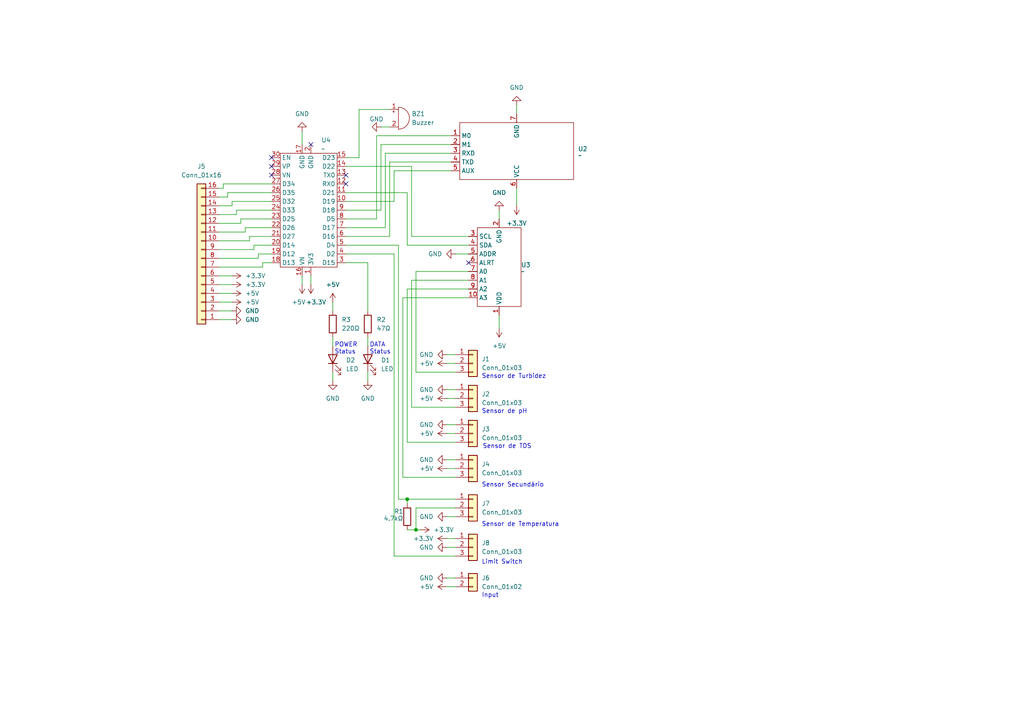
<source format=kicad_sch>
(kicad_sch (version 20250114) (generator "eeschema") (generator_version "9.0")
  (paper "A4")
  (lib_symbols
    (symbol "Connector_Generic:Conn_01x02" (pin_names (offset 1.016) (hide yes))
      (property "Reference" "J" (at 0 2.54 0))
      (property "Value" "Conn_01x02" (at 0 -5.08 0))
      (symbol "Conn_01x02_1_1"
        (rectangle (start -1.27 1.27) (end 1.27 -3.81) (stroke (width 0.254)) (fill (type background)))
        (rectangle (start -1.27 0.127) (end 0 -0.127) (stroke (width 0.1524)))
        (rectangle (start -1.27 -2.413) (end 0 -2.667) (stroke (width 0.1524)))
        (pin passive line (at -5.08 0 0) (length 3.81) (name "Pin_1") (number "1"))
        (pin passive line (at -5.08 -2.54 0) (length 3.81) (name "Pin_2") (number "2"))
      )
    )
    (symbol "Connector_Generic:Conn_01x03" (pin_names (offset 1.016) (hide yes))
      (property "Reference" "J" (at 0 5.08 0))
      (property "Value" "Conn_01x03" (at 0 -5.08 0))
      (symbol "Conn_01x03_1_1"
        (rectangle (start -1.27 3.81) (end 1.27 -3.81) (stroke (width 0.254)) (fill (type background)))
        (rectangle (start -1.27 2.667) (end 0 2.413) (stroke (width 0.1524)))
        (rectangle (start -1.27 0.127) (end 0 -0.127) (stroke (width 0.1524)))
        (rectangle (start -1.27 -2.413) (end 0 -2.667) (stroke (width 0.1524)))
        (pin passive line (at -5.08 2.54 0) (length 3.81) (name "Pin_1") (number "1"))
        (pin passive line (at -5.08 0 0) (length 3.81) (name "Pin_2") (number "2"))
        (pin passive line (at -5.08 -2.54 0) (length 3.81) (name "Pin_3") (number "3"))
      )
    )
    (symbol "Connector_Generic:Conn_01x16" (pin_names (offset 1.016) (hide yes))
      (property "Reference" "J" (at 0 20.32 0))
      (property "Value" "Conn_01x16" (at 0 -22.86 0))
      (symbol "Conn_01x16_1_1"
        (rectangle (start -1.27 19.05) (end 1.27 -21.59) (stroke (width 0.254)) (fill (type background)))
        (rectangle (start -1.27 17.907) (end 0 17.653) (stroke (width 0.1524)))
        (rectangle (start -1.27 15.367) (end 0 15.113) (stroke (width 0.1524)))
        (rectangle (start -1.27 12.827) (end 0 12.573) (stroke (width 0.1524)))
        (rectangle (start -1.27 10.287) (end 0 10.033) (stroke (width 0.1524)))
        (rectangle (start -1.27 7.747) (end 0 7.493) (stroke (width 0.1524)))
        (rectangle (start -1.27 5.207) (end 0 4.953) (stroke (width 0.1524)))
        (rectangle (start -1.27 2.667) (end 0 2.413) (stroke (width 0.1524)))
        (rectangle (start -1.27 0.127) (end 0 -0.127) (stroke (width 0.1524)))
        (rectangle (start -1.27 -2.413) (end 0 -2.667) (stroke (width 0.1524)))
        (rectangle (start -1.27 -4.953) (end 0 -5.207) (stroke (width 0.1524)))
        (rectangle (start -1.27 -7.493) (end 0 -7.747) (stroke (width 0.1524)))
        (rectangle (start -1.27 -10.033) (end 0 -10.287) (stroke (width 0.1524)))
        (rectangle (start -1.27 -12.573) (end 0 -12.827) (stroke (width 0.1524)))
        (rectangle (start -1.27 -15.113) (end 0 -15.367) (stroke (width 0.1524)))
        (rectangle (start -1.27 -17.653) (end 0 -17.907) (stroke (width 0.1524)))
        (rectangle (start -1.27 -20.193) (end 0 -20.447) (stroke (width 0.1524)))
        (pin passive line (at -5.08 17.78 0) (length 3.81) (name "Pin_1") (number "1"))
        (pin passive line (at -5.08 15.24 0) (length 3.81) (name "Pin_2") (number "2"))
        (pin passive line (at -5.08 12.7 0) (length 3.81) (name "Pin_3") (number "3"))
        (pin passive line (at -5.08 10.16 0) (length 3.81) (name "Pin_4") (number "4"))
        (pin passive line (at -5.08 7.62 0) (length 3.81) (name "Pin_5") (number "5"))
        (pin passive line (at -5.08 5.08 0) (length 3.81) (name "Pin_6") (number "6"))
        (pin passive line (at -5.08 2.54 0) (length 3.81) (name "Pin_7") (number "7"))
        (pin passive line (at -5.08 0 0) (length 3.81) (name "Pin_8") (number "8"))
        (pin passive line (at -5.08 -2.54 0) (length 3.81) (name "Pin_9") (number "9"))
        (pin passive line (at -5.08 -5.08 0) (length 3.81) (name "Pin_10") (number "10"))
        (pin passive line (at -5.08 -7.62 0) (length 3.81) (name "Pin_11") (number "11"))
        (pin passive line (at -5.08 -10.16 0) (length 3.81) (name "Pin_12") (number "12"))
        (pin passive line (at -5.08 -12.7 0) (length 3.81) (name "Pin_13") (number "13"))
        (pin passive line (at -5.08 -15.24 0) (length 3.81) (name "Pin_14") (number "14"))
        (pin passive line (at -5.08 -17.78 0) (length 3.81) (name "Pin_15") (number "15"))
        (pin passive line (at -5.08 -20.32 0) (length 3.81) (name "Pin_16") (number "16"))
      )
    )
    (symbol "Device:Buzzer" (pin_names (offset 0.0254) (hide yes))
      (property "Reference" "BZ" (at 3.81 1.27 0))
      (property "Value" "Buzzer" (at 3.81 -1.27 0))
      (symbol "Buzzer_0_1"
        (polyline (pts (xy -1.651 1.905) (xy -1.143 1.905)))
        (polyline (pts (xy -1.397 2.159) (xy -1.397 1.651)))
        (arc (start 0 3.175) (mid 3.1612 0) (end 0 -3.175))
        (polyline (pts (xy 0 3.175) (xy 0 -3.175)))
      )
      (symbol "Buzzer_1_1"
        (pin passive line (at -2.54 2.54 0) (length 2.54) (name "+") (number "1"))
        (pin passive line (at -2.54 -2.54 0) (length 2.54) (name "-") (number "2"))
      )
    )
    (symbol "Device:LED" (pin_numbers (hide yes)) (pin_names (offset 1.016) (hide yes))
      (property "Reference" "D" (at 0 2.54 0))
      (property "Value" "LED" (at 0 -2.54 0))
      (symbol "LED_0_1"
        (polyline (pts (xy -3.048 -0.762) (xy -4.572 -2.286) (xy -3.81 -2.286) (xy -4.572 -2.286) (xy -4.572 -1.524)))
        (polyline (pts (xy -1.778 -0.762) (xy -3.302 -2.286) (xy -2.54 -2.286) (xy -3.302 -2.286) (xy -3.302 -1.524)))
        (polyline (pts (xy -1.27 0) (xy 1.27 0)))
        (polyline (pts (xy -1.27 -1.27) (xy -1.27 1.27)) (stroke (width 0.254)))
        (polyline (pts (xy 1.27 -1.27) (xy 1.27 1.27) (xy -1.27 0) (xy 1.27 -1.27)) (stroke (width 0.254)))
      )
      (symbol "LED_1_1"
        (pin passive line (at -3.81 0 0) (length 2.54) (name "K") (number "1"))
        (pin passive line (at 3.81 0 180) (length 2.54) (name "A") (number "2"))
      )
    )
    (symbol "Device:R" (pin_numbers (hide yes)) (pin_names (offset 0))
      (property "Reference" "R" (at 2.032 0 90))
      (property "Value" "R" (at 0 0 90))
      (symbol "R_0_1"
        (rectangle (start -1.016 -2.54) (end 1.016 2.54) (stroke (width 0.254)))
      )
      (symbol "R_1_1"
        (pin passive line (at 0 3.81 270) (length 1.27) (name "~") (number "1"))
        (pin passive line (at 0 -3.81 90) (length 1.27) (name "~") (number "2"))
      )
    )
    (symbol "PGR-Library:ADS1115"
      (property "Reference" "U" (at 0 0 0))
      (symbol "ADS1115_0_1"
        (rectangle (start -6.35 11.43) (end 6.35 -11.43))
      )
      (symbol "ADS1115_1_1"
        (pin input line (at -8.89 8.89 0) (length 2.54) (name "SCL") (number "3"))
        (pin bidirectional line (at -8.89 6.35 0) (length 2.54) (name "SDA") (number "4"))
        (pin input line (at -8.89 3.81 0) (length 2.54) (name "ADDR") (number "5"))
        (pin output line (at -8.89 1.27 0) (length 2.54) (name "ALRT") (number "6"))
        (pin input line (at -8.89 -1.27 0) (length 2.54) (name "A0") (number "7"))
        (pin input line (at -8.89 -3.81 0) (length 2.54) (name "A1") (number "8"))
        (pin input line (at -8.89 -6.35 0) (length 2.54) (name "A2") (number "9"))
        (pin input line (at -8.89 -8.89 0) (length 2.54) (name "A3") (number "10"))
        (pin power_out line (at 0 13.97 270) (length 2.54) (name "GND") (number "2"))
        (pin power_in line (at 0 -13.97 90) (length 2.54) (name "VDD") (number "1"))
      )
    )
    (symbol "PGR-Library:EBYTE_E32-900T30D"
      (property "Reference" "U" (at 0 0 0))
      (symbol "EBYTE_E32-900T30D_0_1"
        (rectangle (start -16.51 8.89) (end 16.51 -7.62))
      )
      (symbol "EBYTE_E32-900T30D_1_1"
        (pin input line (at -19.05 5.08 0) (length 2.54) (name "M0") (number "1"))
        (pin input line (at -19.05 2.54 0) (length 2.54) (name "M1") (number "2"))
        (pin input line (at -19.05 0 0) (length 2.54) (name "RXD") (number "3"))
        (pin output line (at -19.05 -2.54 0) (length 2.54) (name "TXD") (number "4"))
        (pin output line (at -19.05 -5.08 0) (length 2.54) (name "AUX") (number "5"))
        (pin power_in line (at 0 11.43 270) (length 2.54) (name "GND") (number "7"))
        (pin power_out line (at 0 -10.16 90) (length 2.54) (name "VCC") (number "6"))
      )
    )
    (symbol "PGR-Library:ESP32-WROOM-32D_-_Board"
      (property "Reference" "U" (at 0 0 0))
      (symbol "ESP32-WROOM-32D_-_Board_0_1"
        (rectangle (start -16.51 8.89) (end 16.51 -7.62))
      )
      (symbol "ESP32-WROOM-32D_-_Board_1_1"
        (pin power_in line (at -19.05 1.27 0) (length 2.54) (name "GND") (number "2"))
        (pin power_in line (at -19.05 -1.27 0) (length 2.54) (name "GND") (number "17"))
        (pin bidirectional line (at -15.24 11.43 270) (length 2.54) (name "D23") (number "15"))
        (pin input line (at -15.24 -10.16 90) (length 2.54) (name "EN") (number "30"))
        (pin bidirectional line (at -12.7 11.43 270) (length 2.54) (name "D22") (number "14"))
        (pin input line (at -12.7 -10.16 90) (length 2.54) (name "VP") (number "29"))
        (pin bidirectional line (at -10.16 11.43 270) (length 2.54) (name "TX0") (number "13"))
        (pin input line (at -10.16 -10.16 90) (length 2.54) (name "VN") (number "28"))
        (pin bidirectional line (at -7.62 11.43 270) (length 2.54) (name "RX0") (number "12"))
        (pin bidirectional line (at -7.62 -10.16 90) (length 2.54) (name "D34") (number "27"))
        (pin bidirectional line (at -5.08 11.43 270) (length 2.54) (name "D21") (number "11"))
        (pin bidirectional line (at -5.08 -10.16 90) (length 2.54) (name "D35") (number "26"))
        (pin bidirectional line (at -2.54 11.43 270) (length 2.54) (name "D19") (number "10"))
        (pin bidirectional line (at -2.54 -10.16 90) (length 2.54) (name "D32") (number "25"))
        (pin bidirectional line (at 0 11.43 270) (length 2.54) (name "D18") (number "9"))
        (pin bidirectional line (at 0 -10.16 90) (length 2.54) (name "D33") (number "24"))
        (pin bidirectional line (at 2.54 11.43 270) (length 2.54) (name "D5") (number "8"))
        (pin bidirectional line (at 2.54 -10.16 90) (length 2.54) (name "D25") (number "23"))
        (pin bidirectional line (at 5.08 11.43 270) (length 2.54) (name "D17") (number "7"))
        (pin bidirectional line (at 5.08 -10.16 90) (length 2.54) (name "D26") (number "22"))
        (pin bidirectional line (at 7.62 11.43 270) (length 2.54) (name "D16") (number "6"))
        (pin bidirectional line (at 7.62 -10.16 90) (length 2.54) (name "D27") (number "21"))
        (pin bidirectional line (at 10.16 11.43 270) (length 2.54) (name "D4") (number "5"))
        (pin bidirectional line (at 10.16 -10.16 90) (length 2.54) (name "D14") (number "20"))
        (pin bidirectional line (at 12.7 11.43 270) (length 2.54) (name "D2") (number "4"))
        (pin bidirectional line (at 12.7 -10.16 90) (length 2.54) (name "D12") (number "19"))
        (pin bidirectional line (at 15.24 11.43 270) (length 2.54) (name "D15") (number "3"))
        (pin bidirectional line (at 15.24 -10.16 90) (length 2.54) (name "D13") (number "18"))
        (pin power_out line (at 19.05 1.27 180) (length 2.54) (name "3V3") (number "1"))
        (pin power_out line (at 19.05 -1.27 180) (length 2.54) (name "VN") (number "16"))
      )
    )
    (symbol "power:+3.3V" (power) (pin_numbers (hide yes)) (pin_names (offset 0) (hide yes))
      (property "Value" "+3.3V" (at 0 3.556 0))
      (symbol "+3.3V_0_1"
        (polyline (pts (xy -0.762 1.27) (xy 0 2.54)))
        (polyline (pts (xy 0 2.54) (xy 0.762 1.27)))
        (polyline (pts (xy 0 0) (xy 0 2.54)))
      )
      (symbol "+3.3V_1_1"
        (pin power_in line (at 0 0 90) (length 0) (name "~") (number "1"))
      )
    )
    (symbol "power:+5V" (power) (pin_numbers (hide yes)) (pin_names (offset 0) (hide yes))
      (property "Value" "+5V" (at 0 3.556 0))
      (symbol "+5V_0_1"
        (polyline (pts (xy -0.762 1.27) (xy 0 2.54)))
        (polyline (pts (xy 0 2.54) (xy 0.762 1.27)))
        (polyline (pts (xy 0 0) (xy 0 2.54)))
      )
      (symbol "+5V_1_1"
        (pin power_in line (at 0 0 90) (length 0) (name "~") (number "1"))
      )
    )
    (symbol "power:GND" (power) (pin_numbers (hide yes)) (pin_names (offset 0) (hide yes))
      (property "Value" "GND" (at 0 -3.81 0))
      (symbol "GND_0_1"
        (polyline (pts (xy 0 0) (xy 0 -1.27) (xy 1.27 -1.27) (xy 0 -2.54) (xy -1.27 -1.27) (xy 0 -1.27)))
      )
      (symbol "GND_1_1"
        (pin power_in line (at 0 0 270) (length 0) (name "~") (number "1"))
      )
    )
  )
  (text "Sensor de pH\n\n" (at 139.7 120.396 0) (effects (font (size 1.27 1.27)) (justify left)))
  (text "Sensor de TDS\n\n" (at 139.954 130.556 0) (effects (font (size 1.27 1.27)) (justify left)))
  (text "Limit Switch" (at 139.7 163.068 0) (effects (font (size 1.27 1.27)) (justify left)))
  (text "Sensor de Temperatura" (at 139.7 152.146 0) (effects (font (size 1.27 1.27)) (justify left)))
  (text "Sensor Secundário\n\n" (at 139.7 141.732 0) (effects (font (size 1.27 1.27)) (justify left)))
  (text "POWER\nStatus" (at 97.028 101.092 0) (effects (font (size 1.27 1.27)) (justify left)))
  (text "Sensor de Turbidez\n\n" (at 139.7 110.236 0) (effects (font (size 1.27 1.27)) (justify left)))
  (text "DATA\nStatus" (at 107.188 101.092 0) (effects (font (size 1.27 1.27)) (justify left)))
  (text "Input\n\n" (at 139.7 173.736 0) (effects (font (size 1.27 1.27)) (justify left)))
  (junction (at 120.65 153.67))
  (junction (at 118.11 144.78))
  (no_connect (at 100.33 53.34))
  (no_connect (at 100.33 50.8))
  (no_connect (at 78.74 45.72))
  (no_connect (at 90.17 41.91))
  (no_connect (at 135.89 76.2))
  (no_connect (at 78.74 48.26))
  (no_connect (at 78.74 50.8))
  (wire (pts (xy 135.89 78.74) (xy 120.65 78.74)))
  (wire (pts (xy 111.76 66.04) (xy 100.33 66.04)))
  (wire (pts (xy 129.54 113.03) (xy 132.08 113.03)))
  (wire (pts (xy 132.08 73.66) (xy 135.89 73.66)))
  (wire (pts (xy 111.76 44.45) (xy 111.76 66.04)))
  (wire (pts (xy 66.04 55.88) (xy 78.74 55.88)))
  (wire (pts (xy 120.65 153.67) (xy 121.92 153.67)))
  (wire (pts (xy 68.58 60.96) (xy 78.74 60.96)))
  (wire (pts (xy 118.11 55.88) (xy 100.33 55.88)))
  (wire (pts (xy 132.08 128.27) (xy 118.11 128.27)))
  (wire (pts (xy 106.68 107.95) (xy 106.68 110.49)))
  (wire (pts (xy 119.38 68.58) (xy 119.38 48.26)))
  (wire (pts (xy 130.81 39.37) (xy 109.22 39.37)))
  (wire (pts (xy 76.2 76.2) (xy 76.2 77.47)))
  (wire (pts (xy 63.5 80.01) (xy 67.31 80.01)))
  (wire (pts (xy 130.81 46.99) (xy 113.03 46.99)))
  (wire (pts (xy 76.2 77.47) (xy 63.5 77.47)))
  (wire (pts (xy 119.38 48.26) (xy 100.33 48.26)))
  (wire (pts (xy 129.54 149.86) (xy 132.08 149.86)))
  (wire (pts (xy 120.65 147.32) (xy 120.65 153.67)))
  (wire (pts (xy 63.5 85.09) (xy 67.31 85.09)))
  (wire (pts (xy 129.54 135.89) (xy 132.08 135.89)))
  (wire (pts (xy 63.5 54.61) (xy 64.77 54.61)))
  (wire (pts (xy 120.65 153.67) (xy 118.11 153.67)))
  (wire (pts (xy 119.38 81.28) (xy 135.89 81.28)))
  (wire (pts (xy 73.66 72.39) (xy 73.66 71.12)))
  (wire (pts (xy 120.65 107.95) (xy 132.08 107.95)))
  (wire (pts (xy 74.93 73.66) (xy 74.93 74.93)))
  (wire (pts (xy 129.54 167.64) (xy 132.08 167.64)))
  (wire (pts (xy 129.54 123.19) (xy 132.08 123.19)))
  (wire (pts (xy 118.11 146.05) (xy 118.11 144.78)))
  (wire (pts (xy 100.33 60.96) (xy 110.49 60.96)))
  (wire (pts (xy 129.54 125.73) (xy 132.08 125.73)))
  (wire (pts (xy 118.11 71.12) (xy 118.11 55.88)))
  (wire (pts (xy 71.12 66.04) (xy 78.74 66.04)))
  (wire (pts (xy 63.5 69.85) (xy 72.39 69.85)))
  (wire (pts (xy 106.68 76.2) (xy 106.68 90.17)))
  (wire (pts (xy 129.54 105.41) (xy 132.08 105.41)))
  (wire (pts (xy 87.63 80.01) (xy 87.63 82.55)))
  (wire (pts (xy 96.52 107.95) (xy 96.52 110.49)))
  (wire (pts (xy 135.89 68.58) (xy 119.38 68.58)))
  (wire (pts (xy 129.54 102.87) (xy 132.08 102.87)))
  (wire (pts (xy 120.65 78.74) (xy 120.65 107.95)))
  (wire (pts (xy 129.54 115.57) (xy 132.08 115.57)))
  (wire (pts (xy 78.74 73.66) (xy 74.93 73.66)))
  (wire (pts (xy 114.3 73.66) (xy 114.3 161.29)))
  (wire (pts (xy 63.5 57.15) (xy 66.04 57.15)))
  (wire (pts (xy 73.66 71.12) (xy 78.74 71.12)))
  (wire (pts (xy 69.85 64.77) (xy 69.85 63.5)))
  (wire (pts (xy 63.5 82.55) (xy 67.31 82.55)))
  (wire (pts (xy 100.33 76.2) (xy 106.68 76.2)))
  (wire (pts (xy 63.5 62.23) (xy 68.58 62.23)))
  (wire (pts (xy 144.78 60.96) (xy 144.78 63.5)))
  (wire (pts (xy 114.3 161.29) (xy 132.08 161.29)))
  (wire (pts (xy 100.33 58.42) (xy 114.3 58.42)))
  (wire (pts (xy 109.22 63.5) (xy 100.33 63.5)))
  (wire (pts (xy 114.3 49.53) (xy 130.81 49.53)))
  (wire (pts (xy 118.11 83.82) (xy 135.89 83.82)))
  (wire (pts (xy 129.54 170.18) (xy 132.08 170.18)))
  (wire (pts (xy 130.81 41.91) (xy 110.49 41.91)))
  (wire (pts (xy 130.81 44.45) (xy 111.76 44.45)))
  (wire (pts (xy 67.31 58.42) (xy 78.74 58.42)))
  (wire (pts (xy 63.5 64.77) (xy 69.85 64.77)))
  (wire (pts (xy 132.08 144.78) (xy 118.11 144.78)))
  (wire (pts (xy 109.22 39.37) (xy 109.22 63.5)))
  (wire (pts (xy 132.08 138.43) (xy 116.84 138.43)))
  (wire (pts (xy 106.68 97.79) (xy 106.68 100.33)))
  (wire (pts (xy 63.5 92.71) (xy 67.31 92.71)))
  (wire (pts (xy 63.5 67.31) (xy 71.12 67.31)))
  (wire (pts (xy 69.85 63.5) (xy 78.74 63.5)))
  (wire (pts (xy 115.57 71.12) (xy 115.57 144.78)))
  (wire (pts (xy 132.08 118.11) (xy 119.38 118.11)))
  (wire (pts (xy 104.14 45.72) (xy 100.33 45.72)))
  (wire (pts (xy 100.33 71.12) (xy 115.57 71.12)))
  (wire (pts (xy 78.74 76.2) (xy 76.2 76.2)))
  (wire (pts (xy 63.5 87.63) (xy 67.31 87.63)))
  (wire (pts (xy 129.54 133.35) (xy 132.08 133.35)))
  (wire (pts (xy 63.5 72.39) (xy 73.66 72.39)))
  (wire (pts (xy 113.03 31.75) (xy 104.14 31.75)))
  (wire (pts (xy 72.39 68.58) (xy 78.74 68.58)))
  (wire (pts (xy 66.04 57.15) (xy 66.04 55.88)))
  (wire (pts (xy 144.78 91.44) (xy 144.78 95.25)))
  (wire (pts (xy 67.31 59.69) (xy 67.31 58.42)))
  (wire (pts (xy 63.5 90.17) (xy 67.31 90.17)))
  (wire (pts (xy 118.11 83.82) (xy 118.11 128.27)))
  (wire (pts (xy 68.58 62.23) (xy 68.58 60.96)))
  (wire (pts (xy 149.86 54.61) (xy 149.86 59.69)))
  (wire (pts (xy 100.33 73.66) (xy 114.3 73.66)))
  (wire (pts (xy 120.65 147.32) (xy 132.08 147.32)))
  (wire (pts (xy 96.52 97.79) (xy 96.52 100.33)))
  (wire (pts (xy 64.77 54.61) (xy 64.77 53.34)))
  (wire (pts (xy 113.03 68.58) (xy 100.33 68.58)))
  (wire (pts (xy 119.38 81.28) (xy 119.38 118.11)))
  (wire (pts (xy 118.11 144.78) (xy 115.57 144.78)))
  (wire (pts (xy 71.12 67.31) (xy 71.12 66.04)))
  (wire (pts (xy 104.14 31.75) (xy 104.14 45.72)))
  (wire (pts (xy 129.54 156.21) (xy 132.08 156.21)))
  (wire (pts (xy 64.77 53.34) (xy 78.74 53.34)))
  (wire (pts (xy 87.63 38.1) (xy 87.63 41.91)))
  (wire (pts (xy 90.17 80.01) (xy 90.17 82.55)))
  (wire (pts (xy 110.49 41.91) (xy 110.49 60.96)))
  (wire (pts (xy 116.84 138.43) (xy 116.84 86.36)))
  (wire (pts (xy 129.54 158.75) (xy 132.08 158.75)))
  (wire (pts (xy 113.03 46.99) (xy 113.03 68.58)))
  (wire (pts (xy 74.93 74.93) (xy 63.5 74.93)))
  (wire (pts (xy 135.89 71.12) (xy 118.11 71.12)))
  (wire (pts (xy 96.52 87.63) (xy 96.52 90.17)))
  (wire (pts (xy 72.39 69.85) (xy 72.39 68.58)))
  (wire (pts (xy 114.3 58.42) (xy 114.3 49.53)))
  (wire (pts (xy 116.84 86.36) (xy 135.89 86.36)))
  (wire (pts (xy 63.5 59.69) (xy 67.31 59.69)))
  (wire (pts (xy 110.49 36.83) (xy 113.03 36.83)))
  (wire (pts (xy 149.86 30.48) (xy 149.86 33.02)))
  (symbol (lib_id "PGR-Library:EBYTE_E32-900T30D") (at 149.86 44.45 0) (unit 1)
    (property "Reference" "U2" (at 167.64 43.1799 0) (effects (justify left)))
    (property "Value" "~" (at 167.64 45.085 0) (effects (justify left)))
    (property "Footprint" "EBYTE:PE32-90030D" (effects (hide yes)))
  )
  (symbol (lib_id "PGR-Library:ESP32-WROOM-32D_-_Board") (at 88.9 60.96 270) (unit 1)
    (property "Reference" "U4" (at 93.1865 40.64 90) (effects (justify left)))
    (property "Value" "~" (at 93.1865 43.18 90) (effects (justify left)))
    (property "Footprint" "PGR-FootPrints:ESP32-WROOM-32D - Board" (effects (hide yes)))
  )
  (symbol (lib_id "power:+5V") (at 144.78 95.25 180) (unit 1)
    (property "Reference" "#PWR06" (effects (hide yes)))
    (property "Value" "+5V" (at 144.78 100.33 0))
    (property "Description" "Power symbol creates a global label with name \"+5V\"" (effects (hide yes)))
  )
  (symbol (lib_id "power:+5V") (at 129.54 115.57 90) (unit 1)
    (property "Reference" "#PWR09" (effects (hide yes)))
    (property "Value" "+5V" (at 125.73 115.5699 90) (effects (justify left)))
    (property "Description" "Power symbol creates a global label with name \"+5V\"" (effects (hide yes)))
  )
  (symbol (lib_id "Device:R") (at 118.11 149.86 180) (unit 1)
    (property "Reference" "R1" (at 114.3 148.336 0) (effects (justify right)))
    (property "Value" "4.7kΩ" (at 111.252 150.368 0) (effects (justify right)))
    (property "Footprint" "Resistor_THT:R_Axial_DIN0204_L3.6mm_D1.6mm_P5.08mm_Horizontal" (effects (hide yes)))
    (property "Description" "Resistor" (effects (hide yes)))
  )
  (symbol (lib_id "power:+5V") (at 129.54 105.41 90) (unit 1)
    (property "Reference" "#PWR011" (effects (hide yes)))
    (property "Value" "+5V" (at 125.73 105.4099 90) (effects (justify left)))
    (property "Description" "Power symbol creates a global label with name \"+5V\"" (effects (hide yes)))
  )
  (symbol (lib_id "PGR-Library:ADS1115") (at 144.78 77.47 0) (unit 1)
    (property "Reference" "U3" (at 151.13 76.8349 0) (effects (justify left)))
    (property "Value" "~" (at 151.13 78.74 0) (effects (justify left)))
    (property "Footprint" "PGR-FootPrints:Adafruit_ADS1115" (effects (hide yes)))
  )
  (symbol (lib_id "power:+3.3V") (at 67.31 80.01 270) (unit 1)
    (property "Reference" "#PWR023" (effects (hide yes)))
    (property "Value" "+3.3V" (at 71.12 80.0099 90) (effects (justify left)))
    (property "Description" "Power symbol creates a global label with name \"+3.3V\"" (effects (hide yes)))
  )
  (symbol (lib_id "power:GND") (at 67.31 92.71 90) (unit 1)
    (property "Reference" "#PWR016" (effects (hide yes)))
    (property "Value" "GND" (at 71.12 92.7099 90) (effects (justify right)))
    (property "Description" "Power symbol creates a global label with name \"GND\" , ground" (effects (hide yes)))
  )
  (symbol (lib_id "power:+3.3V") (at 90.17 82.55 180) (unit 1)
    (property "Reference" "#PWR024" (effects (hide yes)))
    (property "Value" "+3.3V" (at 91.694 87.63 0))
    (property "Description" "Power symbol creates a global label with name \"+3.3V\"" (effects (hide yes)))
  )
  (symbol (lib_id "power:GND") (at 129.54 149.86 270) (unit 1)
    (property "Reference" "#PWR026" (effects (hide yes)))
    (property "Value" "GND" (at 125.73 149.8599 90) (effects (justify right)))
    (property "Description" "Power symbol creates a global label with name \"GND\" , ground" (effects (hide yes)))
  )
  (symbol (lib_id "power:+5V") (at 67.31 85.09 270) (unit 1)
    (property "Reference" "#PWR021" (effects (hide yes)))
    (property "Value" "+5V" (at 71.12 85.0899 90) (effects (justify left)))
    (property "Description" "Power symbol creates a global label with name \"+5V\"" (effects (hide yes)))
  )
  (symbol (lib_id "power:GND") (at 96.52 110.49 0) (unit 1)
    (property "Reference" "#PWR031" (effects (hide yes)))
    (property "Value" "GND" (at 96.52 115.57 0))
    (property "Description" "Power symbol creates a global label with name \"GND\" , ground" (effects (hide yes)))
  )
  (symbol (lib_id "power:GND") (at 67.31 90.17 90) (unit 1)
    (property "Reference" "#PWR017" (effects (hide yes)))
    (property "Value" "GND" (at 71.12 90.1699 90) (effects (justify right)))
    (property "Description" "Power symbol creates a global label with name \"GND\" , ground" (effects (hide yes)))
  )
  (symbol (lib_id "power:+3.3V") (at 87.63 82.55 180) (unit 1)
    (property "Reference" "#PWR04" (effects (hide yes)))
    (property "Value" "+5V" (at 84.582 87.63 0) (effects (justify right)))
    (property "Description" "Power symbol creates a global label with name \"+3.3V\"" (effects (hide yes)))
  )
  (symbol (lib_id "power:GND") (at 129.54 158.75 270) (unit 1)
    (property "Reference" "#PWR027" (effects (hide yes)))
    (property "Value" "GND" (at 125.73 158.7499 90) (effects (justify right)))
    (property "Description" "Power symbol creates a global label with name \"GND\" , ground" (effects (hide yes)))
  )
  (symbol (lib_id "Connector_Generic:Conn_01x03") (at 137.16 105.41 0) (unit 1)
    (property "Reference" "J1" (at 139.7 104.1399 0) (effects (justify left)))
    (property "Value" "Conn_01x03" (at 139.7 106.6799 0) (effects (justify left)))
    (property "Footprint" "Connector_JST:JST_XH_B3B-XH-A_1x03_P2.50mm_Vertical" (effects (hide yes)))
    (property "Description" "Generic connector, single row, 01x03, script generated (kicad-library-utils/schlib/autogen/connector/)" (effects (hide yes)))
  )
  (symbol (lib_id "Connector_Generic:Conn_01x03") (at 137.16 125.73 0) (unit 1)
    (property "Reference" "J3" (at 139.7 124.4599 0) (effects (justify left)))
    (property "Value" "Conn_01x03" (at 139.7 126.9999 0) (effects (justify left)))
    (property "Footprint" "Connector_JST:JST_XH_B3B-XH-A_1x03_P2.50mm_Vertical" (effects (hide yes)))
    (property "Description" "Generic connector, single row, 01x03, script generated (kicad-library-utils/schlib/autogen/connector/)" (effects (hide yes)))
  )
  (symbol (lib_id "Device:Buzzer") (at 115.57 34.29 0) (unit 1)
    (property "Reference" "BZ1" (at 119.38 33.0199 0) (effects (justify left)))
    (property "Value" "Buzzer" (at 119.38 35.5599 0) (effects (justify left)))
    (property "Footprint" "Buzzer_Beeper:Buzzer_12x9.5RM7.6" (effects (hide yes)))
    (property "Description" "Buzzer, polarized" (effects (hide yes)))
  )
  (symbol (lib_id "power:GND") (at 129.54 167.64 270) (unit 1)
    (property "Reference" "#PWR020" (effects (hide yes)))
    (property "Value" "GND" (at 125.73 167.6399 90) (effects (justify right)))
    (property "Description" "Power symbol creates a global label with name \"GND\" , ground" (effects (hide yes)))
  )
  (symbol (lib_id "power:+5V") (at 129.54 170.18 90) (unit 1)
    (property "Reference" "#PWR019" (effects (hide yes)))
    (property "Value" "+5V" (at 125.73 170.1799 90) (effects (justify left)))
    (property "Description" "Power symbol creates a global label with name \"+5V\"" (effects (hide yes)))
  )
  (symbol (lib_id "Connector_Generic:Conn_01x03") (at 137.16 135.89 0) (unit 1)
    (property "Reference" "J4" (at 139.7 134.6199 0) (effects (justify left)))
    (property "Value" "Conn_01x03" (at 139.7 137.1599 0) (effects (justify left)))
    (property "Footprint" "Connector_JST:JST_XH_B3B-XH-A_1x03_P2.50mm_Vertical" (effects (hide yes)))
    (property "Description" "Generic connector, single row, 01x03, script generated (kicad-library-utils/schlib/autogen/connector/)" (effects (hide yes)))
  )
  (symbol (lib_id "power:GND") (at 129.54 123.19 270) (unit 1)
    (property "Reference" "#PWR012" (effects (hide yes)))
    (property "Value" "GND" (at 125.73 123.1899 90) (effects (justify right)))
    (property "Description" "Power symbol creates a global label with name \"GND\" , ground" (effects (hide yes)))
  )
  (symbol (lib_id "power:GND") (at 149.86 30.48 180) (unit 1)
    (property "Reference" "#PWR01" (effects (hide yes)))
    (property "Value" "GND" (at 149.86 25.4 0))
    (property "Description" "Power symbol creates a global label with name \"GND\" , ground" (effects (hide yes)))
  )
  (symbol (lib_id "power:GND") (at 144.78 60.96 180) (unit 1)
    (property "Reference" "#PWR05" (effects (hide yes)))
    (property "Value" "GND" (at 144.78 55.88 0))
    (property "Description" "Power symbol creates a global label with name \"GND\" , ground" (effects (hide yes)))
  )
  (symbol (lib_id "power:+5V") (at 129.54 135.89 90) (unit 1)
    (property "Reference" "#PWR015" (effects (hide yes)))
    (property "Value" "+5V" (at 125.73 135.8899 90) (effects (justify left)))
    (property "Description" "Power symbol creates a global label with name \"+5V\"" (effects (hide yes)))
  )
  (symbol (lib_id "power:+3.3V") (at 149.86 59.69 180) (unit 1)
    (property "Reference" "#PWR02" (effects (hide yes)))
    (property "Value" "+3.3V" (at 149.86 64.77 0))
    (property "Description" "Power symbol creates a global label with name \"+3.3V\"" (effects (hide yes)))
  )
  (symbol (lib_id "power:GND") (at 129.54 113.03 270) (unit 1)
    (property "Reference" "#PWR08" (effects (hide yes)))
    (property "Value" "GND" (at 125.73 113.0299 90) (effects (justify right)))
    (property "Description" "Power symbol creates a global label with name \"GND\" , ground" (effects (hide yes)))
  )
  (symbol (lib_id "Connector_Generic:Conn_01x03") (at 137.16 115.57 0) (unit 1)
    (property "Reference" "J2" (at 139.7 114.2999 0) (effects (justify left)))
    (property "Value" "Conn_01x03" (at 139.7 116.8399 0) (effects (justify left)))
    (property "Footprint" "Connector_JST:JST_XH_B3B-XH-A_1x03_P2.50mm_Vertical" (effects (hide yes)))
    (property "Description" "Generic connector, single row, 01x03, script generated (kicad-library-utils/schlib/autogen/connector/)" (effects (hide yes)))
  )
  (symbol (lib_id "power:+3.3V") (at 129.54 156.21 90) (unit 1)
    (property "Reference" "#PWR028" (effects (hide yes)))
    (property "Value" "+3.3V" (at 125.73 156.2099 90) (effects (justify left)))
    (property "Description" "Power symbol creates a global label with name \"+3.3V\"" (effects (hide yes)))
  )
  (symbol (lib_id "Connector_Generic:Conn_01x03") (at 137.16 147.32 0) (unit 1)
    (property "Reference" "J7" (at 139.7 146.0499 0) (effects (justify left)))
    (property "Value" "Conn_01x03" (at 139.7 148.5899 0) (effects (justify left)))
    (property "Footprint" "Connector_JST:JST_XH_B3B-XH-A_1x03_P2.50mm_Vertical" (effects (hide yes)))
    (property "Description" "Generic connector, single row, 01x03, script generated (kicad-library-utils/schlib/autogen/connector/)" (effects (hide yes)))
  )
  (symbol (lib_id "power:GND") (at 106.68 110.49 0) (unit 1)
    (property "Reference" "#PWR029" (effects (hide yes)))
    (property "Value" "GND" (at 106.68 115.57 0))
    (property "Description" "Power symbol creates a global label with name \"GND\" , ground" (effects (hide yes)))
  )
  (symbol (lib_id "Device:R") (at 96.52 93.98 0) (unit 1)
    (property "Reference" "R3" (at 99.06 92.7099 0) (effects (justify left)))
    (property "Value" "220Ω" (at 99.06 95.2499 0) (effects (justify left)))
    (property "Footprint" "Resistor_THT:R_Axial_DIN0204_L3.6mm_D1.6mm_P5.08mm_Horizontal" (effects (hide yes)))
    (property "Description" "Resistor" (effects (hide yes)))
  )
  (symbol (lib_id "Connector_Generic:Conn_01x02") (at 137.16 167.64 0) (unit 1)
    (property "Reference" "J6" (at 139.7 167.6399 0) (effects (justify left)))
    (property "Value" "Conn_01x02" (at 139.7 170.1799 0) (effects (justify left)))
    (property "Footprint" "Connector_JST:JST_XH_B2B-XH-A_1x02_P2.50mm_Vertical" (effects (hide yes)))
    (property "Description" "Generic connector, single row, 01x02, script generated (kicad-library-utils/schlib/autogen/connector/)" (effects (hide yes)))
  )
  (symbol (lib_id "power:+5V") (at 129.54 125.73 90) (unit 1)
    (property "Reference" "#PWR013" (effects (hide yes)))
    (property "Value" "+5V" (at 125.73 125.7299 90) (effects (justify left)))
    (property "Description" "Power symbol creates a global label with name \"+5V\"" (effects (hide yes)))
  )
  (symbol (lib_id "Connector_Generic:Conn_01x03") (at 137.16 158.75 0) (unit 1)
    (property "Reference" "J8" (at 139.7 157.4799 0) (effects (justify left)))
    (property "Value" "Conn_01x03" (at 139.7 160.0199 0) (effects (justify left)))
    (property "Footprint" "Connector_JST:JST_XH_B3B-XH-A_1x03_P2.50mm_Vertical" (effects (hide yes)))
    (property "Description" "Generic connector, single row, 01x03, script generated (kicad-library-utils/schlib/autogen/connector/)" (effects (hide yes)))
  )
  (symbol (lib_id "power:+3.3V") (at 67.31 82.55 270) (unit 1)
    (property "Reference" "#PWR022" (effects (hide yes)))
    (property "Value" "+3.3V" (at 71.12 82.5499 90) (effects (justify left)))
    (property "Description" "Power symbol creates a global label with name \"+3.3V\"" (effects (hide yes)))
  )
  (symbol (lib_id "power:GND") (at 129.54 102.87 270) (unit 1)
    (property "Reference" "#PWR010" (effects (hide yes)))
    (property "Value" "GND" (at 125.73 102.8699 90) (effects (justify right)))
    (property "Description" "Power symbol creates a global label with name \"GND\" , ground" (effects (hide yes)))
  )
  (symbol (lib_id "power:+3.3V") (at 121.92 153.67 270) (unit 1)
    (property "Reference" "#PWR025" (effects (hide yes)))
    (property "Value" "+3.3V" (at 125.73 153.6699 90) (effects (justify left)))
    (property "Description" "Power symbol creates a global label with name \"+3.3V\"" (effects (hide yes)))
  )
  (symbol (lib_id "power:GND") (at 132.08 73.66 270) (unit 1)
    (property "Reference" "#PWR07" (effects (hide yes)))
    (property "Value" "GND" (at 128.27 73.6599 90) (effects (justify right)))
    (property "Description" "Power symbol creates a global label with name \"GND\" , ground" (effects (hide yes)))
  )
  (symbol (lib_id "power:GND") (at 129.54 133.35 270) (unit 1)
    (property "Reference" "#PWR014" (effects (hide yes)))
    (property "Value" "GND" (at 125.73 133.3499 90) (effects (justify right)))
    (property "Description" "Power symbol creates a global label with name \"GND\" , ground" (effects (hide yes)))
  )
  (symbol (lib_id "power:GND") (at 87.63 38.1 180) (unit 1)
    (property "Reference" "#PWR03" (effects (hide yes)))
    (property "Value" "GND" (at 87.63 33.02 0))
    (property "Description" "Power symbol creates a global label with name \"GND\" , ground" (effects (hide yes)))
  )
  (symbol (lib_id "Connector_Generic:Conn_01x16") (at 58.42 74.93 180) (unit 1)
    (property "Reference" "J5" (at 58.42 48.26 0))
    (property "Value" "Conn_01x16" (at 58.42 50.8 0))
    (property "Footprint" "Connector_PinSocket_2.00mm:PinSocket_1x16_P2.00mm_Vertical" (effects (hide yes)))
    (property "Description" "Generic connector, single row, 01x16, script generated (kicad-library-utils/schlib/autogen/connector/)" (effects (hide yes)))
  )
  (symbol (lib_id "power:+5V") (at 67.31 87.63 270) (unit 1)
    (property "Reference" "#PWR018" (effects (hide yes)))
    (property "Value" "+5V" (at 71.12 87.6299 90) (effects (justify left)))
    (property "Description" "Power symbol creates a global label with name \"+5V\"" (effects (hide yes)))
  )
  (symbol (lib_id "power:+5V") (at 96.52 87.63 0) (unit 1)
    (property "Reference" "#PWR030" (effects (hide yes)))
    (property "Value" "+5V" (at 96.52 82.55 0))
    (property "Description" "Power symbol creates a global label with name \"+5V\"" (effects (hide yes)))
  )
  (symbol (lib_id "power:GND") (at 110.49 36.83 270) (unit 1)
    (property "Reference" "#PWR032" (effects (hide yes)))
    (property "Value" "GND" (at 111.252 34.544 90) (effects (justify right)))
    (property "Description" "Power symbol creates a global label with name \"GND\" , ground" (effects (hide yes)))
  )
  (symbol (lib_id "Device:LED") (at 106.68 104.14 90) (unit 1)
    (property "Reference" "D1" (at 110.49 104.4574 90) (effects (justify right)))
    (property "Value" "LED" (at 110.49 106.9974 90) (effects (justify right)))
    (property "Footprint" "LED_THT:LED_D3.0mm" (effects (hide yes)))
    (property "Description" "Light emitting diode" (effects (hide yes)))
    (property "Sim.Pins" "1=K 2=A" (effects (hide yes)))
  )
  (symbol (lib_id "Device:R") (at 106.68 93.98 0) (unit 1)
    (property "Reference" "R2" (at 109.22 92.7099 0) (effects (justify left)))
    (property "Value" "47Ω" (at 109.22 95.2499 0) (effects (justify left)))
    (property "Footprint" "Resistor_THT:R_Axial_DIN0204_L3.6mm_D1.6mm_P5.08mm_Horizontal" (effects (hide yes)))
    (property "Description" "Resistor" (effects (hide yes)))
  )
  (symbol (lib_id "Device:LED") (at 96.52 104.14 90) (unit 1)
    (property "Reference" "D2" (at 100.33 104.4574 90) (effects (justify right)))
    (property "Value" "LED" (at 100.33 106.9974 90) (effects (justify right)))
    (property "Footprint" "LED_THT:LED_D3.0mm" (effects (hide yes)))
    (property "Description" "Light emitting diode" (effects (hide yes)))
    (property "Sim.Pins" "1=K 2=A" (effects (hide yes)))
  )
)
</source>
